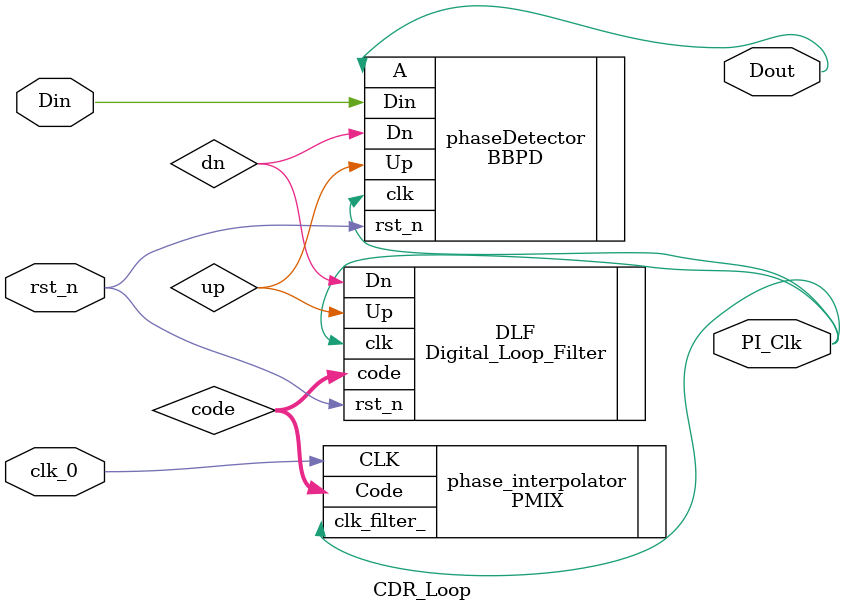
<source format=v>
`timescale 1ns / 1fs
module CDR_Loop (
    input  rst_n,   // Asynchronous reset active low
    input  clk_0,
    // input clk_90,
    // input clk_180,
    // input clk_270,
    input  Din,
    output PI_Clk,
    output Dout
);
  // wire PI_clk;
  wire up, dn;
  wire [10:0] code;
  BBPD phaseDetector (
      .Din  (Din),
      .clk  (PI_Clk),
      .rst_n(rst_n),
      .Up   (up),
      .Dn   (dn),
      .A(Dout)
  );
  Digital_Loop_Filter DLF (
      .clk  (PI_Clk),
      .rst_n(rst_n),
      .Dn   (dn),
      .Up   (up),
      .code (code)
  );

  PMIX phase_interpolator (
      .CLK   (clk_0),
      .Code   (code),
      .clk_filter_(PI_Clk)
  );

  // PI phase_interpolator(
  // 						.rst_n  (rst_n),
  // 						.code   (code),
  // 						.clk_0  (clk_0),
  // 						.clk_90 (clk_90),
  // 						.clk_180(clk_180),
  // 						.clk_270(clk_270),
  // 						.PI_clk (PI_Clk)
  // 						);

endmodule

</source>
